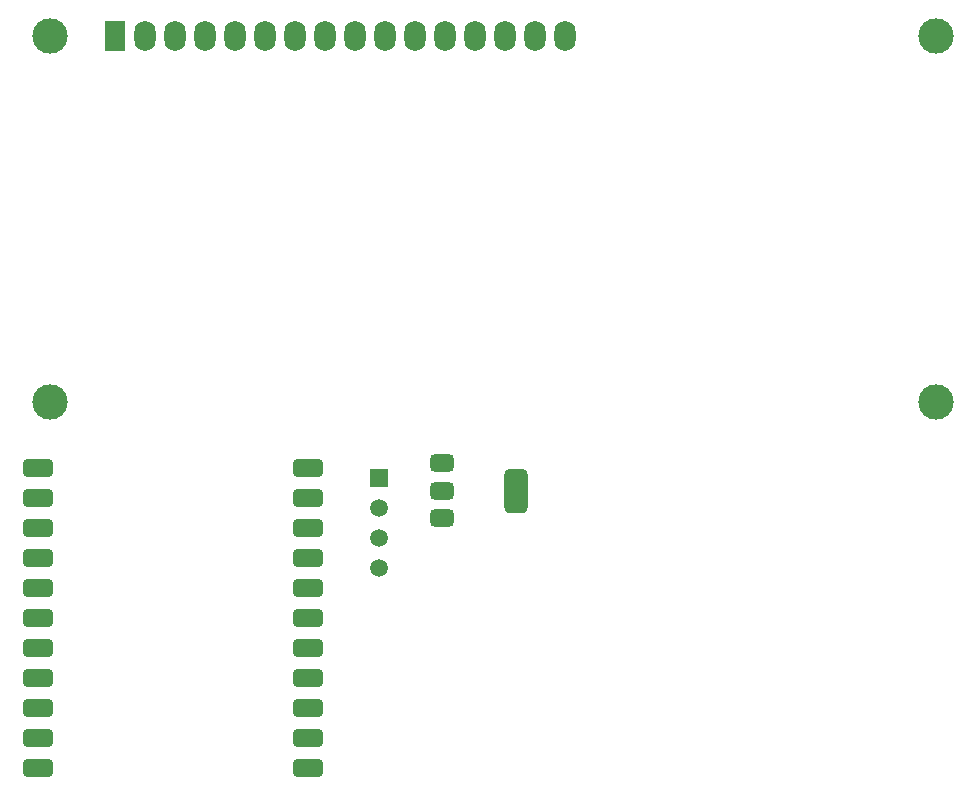
<source format=gbr>
%TF.GenerationSoftware,KiCad,Pcbnew,9.0.0*%
%TF.CreationDate,2025-04-10T22:31:43+05:30*%
%TF.ProjectId,greenhouse_control_assignment_new,67726565-6e68-46f7-9573-655f636f6e74,rev?*%
%TF.SameCoordinates,Original*%
%TF.FileFunction,Soldermask,Top*%
%TF.FilePolarity,Negative*%
%FSLAX46Y46*%
G04 Gerber Fmt 4.6, Leading zero omitted, Abs format (unit mm)*
G04 Created by KiCad (PCBNEW 9.0.0) date 2025-04-10 22:31:43*
%MOMM*%
%LPD*%
G01*
G04 APERTURE LIST*
G04 Aperture macros list*
%AMRoundRect*
0 Rectangle with rounded corners*
0 $1 Rounding radius*
0 $2 $3 $4 $5 $6 $7 $8 $9 X,Y pos of 4 corners*
0 Add a 4 corners polygon primitive as box body*
4,1,4,$2,$3,$4,$5,$6,$7,$8,$9,$2,$3,0*
0 Add four circle primitives for the rounded corners*
1,1,$1+$1,$2,$3*
1,1,$1+$1,$4,$5*
1,1,$1+$1,$6,$7*
1,1,$1+$1,$8,$9*
0 Add four rect primitives between the rounded corners*
20,1,$1+$1,$2,$3,$4,$5,0*
20,1,$1+$1,$4,$5,$6,$7,0*
20,1,$1+$1,$6,$7,$8,$9,0*
20,1,$1+$1,$8,$9,$2,$3,0*%
G04 Aperture macros list end*
%ADD10RoundRect,0.381000X-0.889000X-0.381000X0.889000X-0.381000X0.889000X0.381000X-0.889000X0.381000X0*%
%ADD11RoundRect,0.375000X-0.625000X-0.375000X0.625000X-0.375000X0.625000X0.375000X-0.625000X0.375000X0*%
%ADD12RoundRect,0.500000X-0.500000X-1.400000X0.500000X-1.400000X0.500000X1.400000X-0.500000X1.400000X0*%
%ADD13R,1.500000X1.500000*%
%ADD14C,1.500000*%
%ADD15C,3.000000*%
%ADD16R,1.800000X2.600000*%
%ADD17O,1.800000X2.600000*%
G04 APERTURE END LIST*
D10*
%TO.C,U5*%
X72520000Y-91065000D03*
X72520000Y-93605000D03*
X72520000Y-96145000D03*
X72520000Y-98685000D03*
X72520000Y-101225000D03*
X72520000Y-103765000D03*
X72520000Y-106305000D03*
X72520000Y-108845000D03*
X72520000Y-111385000D03*
X72520000Y-113925000D03*
X72520000Y-116465000D03*
X95380000Y-116465000D03*
X95380000Y-113925000D03*
X95380000Y-111385000D03*
X95380000Y-108845000D03*
X95380000Y-106305000D03*
X95380000Y-103765000D03*
X95380000Y-101225000D03*
X95380000Y-98685000D03*
X95380000Y-96145000D03*
X95380000Y-93605000D03*
X95380000Y-91065000D03*
%TD*%
D11*
%TO.C,U4*%
X106690000Y-90670000D03*
X106690000Y-92970000D03*
D12*
X112990000Y-92970000D03*
D11*
X106690000Y-95270000D03*
%TD*%
D13*
%TO.C,U2*%
X101395000Y-91930000D03*
D14*
X101395000Y-94470000D03*
X101395000Y-97010000D03*
X101395000Y-99550000D03*
%TD*%
D15*
%TO.C,DS1*%
X73500900Y-54500000D03*
X73500900Y-85500700D03*
X148499480Y-85500700D03*
X148500000Y-54500000D03*
D16*
X79000000Y-54500000D03*
D17*
X81540000Y-54500000D03*
X84080000Y-54500000D03*
X86620000Y-54500000D03*
X89160000Y-54500000D03*
X91700000Y-54500000D03*
X94240000Y-54500000D03*
X96780000Y-54500000D03*
X99320000Y-54500000D03*
X101860000Y-54500000D03*
X104400000Y-54500000D03*
X106940000Y-54500000D03*
X109480000Y-54500000D03*
X112020000Y-54500000D03*
X114560000Y-54500000D03*
X117100000Y-54500000D03*
%TD*%
M02*

</source>
